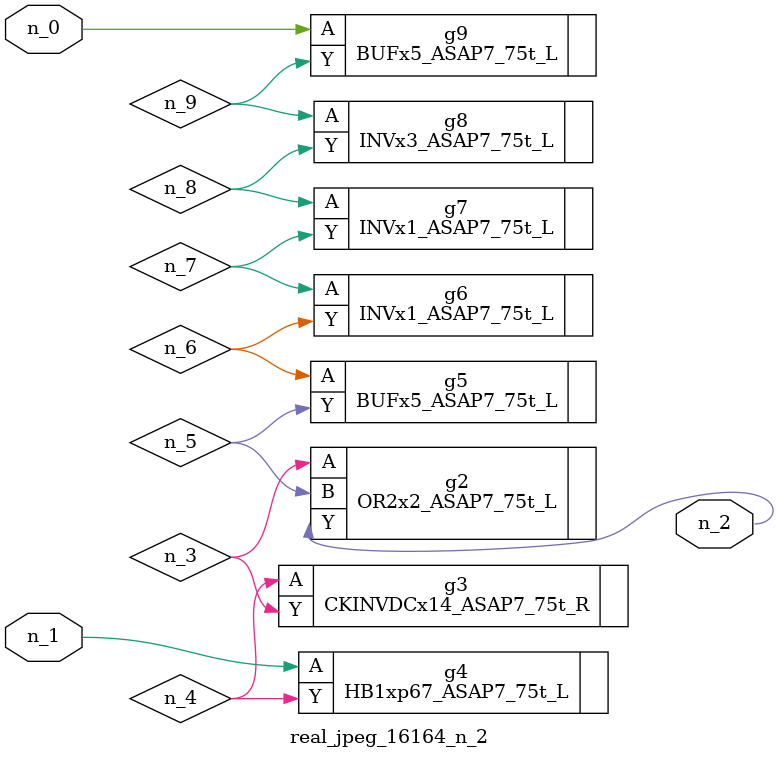
<source format=v>
module real_jpeg_16164_n_2 (n_1, n_0, n_2);

input n_1;
input n_0;

output n_2;

wire n_5;
wire n_4;
wire n_8;
wire n_6;
wire n_7;
wire n_3;
wire n_9;

BUFx5_ASAP7_75t_L g9 ( 
.A(n_0),
.Y(n_9)
);

HB1xp67_ASAP7_75t_L g4 ( 
.A(n_1),
.Y(n_4)
);

OR2x2_ASAP7_75t_L g2 ( 
.A(n_3),
.B(n_5),
.Y(n_2)
);

CKINVDCx14_ASAP7_75t_R g3 ( 
.A(n_4),
.Y(n_3)
);

BUFx5_ASAP7_75t_L g5 ( 
.A(n_6),
.Y(n_5)
);

INVx1_ASAP7_75t_L g6 ( 
.A(n_7),
.Y(n_6)
);

INVx1_ASAP7_75t_L g7 ( 
.A(n_8),
.Y(n_7)
);

INVx3_ASAP7_75t_L g8 ( 
.A(n_9),
.Y(n_8)
);


endmodule
</source>
